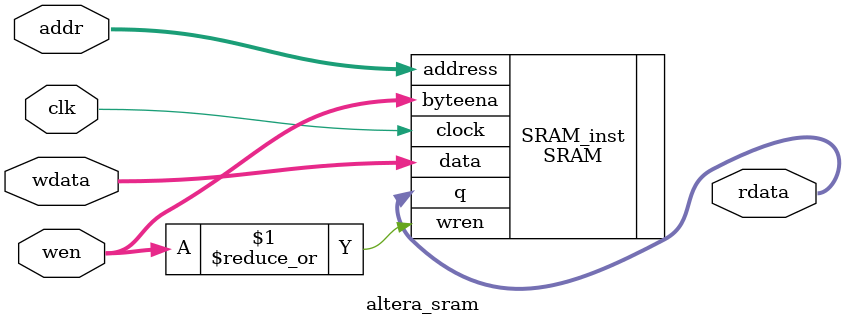
<source format=v>
/*
 *  PicoSoC - A simple example SoC using PicoRV32
 *
 *  Copyright (C) 2017  Claire Xenia Wolf <claire@yosyshq.com>
 *
 *  Permission to use, copy, modify, and/or distribute this software for any
 *  purpose with or without fee is hereby granted, provided that the above
 *  copyright notice and this permission notice appear in all copies.
 *
 *  THE SOFTWARE IS PROVIDED "AS IS" AND THE AUTHOR DISCLAIMS ALL WARRANTIES
 *  WITH REGARD TO THIS SOFTWARE INCLUDING ALL IMPLIED WARRANTIES OF
 *  MERCHANTABILITY AND FITNESS. IN NO EVENT SHALL THE AUTHOR BE LIABLE FOR
 *  ANY SPECIAL, DIRECT, INDIRECT, OR CONSEQUENTIAL DAMAGES OR ANY DAMAGES
 *  WHATSOEVER RESULTING FROM LOSS OF USE, DATA OR PROFITS, WHETHER IN AN
 *  ACTION OF CONTRACT, NEGLIGENCE OR OTHER TORTIOUS ACTION, ARISING OUT OF
 *  OR IN CONNECTION WITH THE USE OR PERFORMANCE OF THIS SOFTWARE.
 *
 */

`ifdef PICOSOC_V
`error "picorv32soc.v must be read before picosoc.v!"
`endif

module picorv32soc (
	input wire clk,

	input  wire [1:0]key,
	output wire [7:0]led,
	
	//dynamic 7-Segment Indicator
	output wire seg_a,
	output wire seg_b,
	output wire seg_c,
	output wire seg_d,
	output wire seg_e,
	output wire seg_f,
	output wire seg_g,
	output wire seg_p,
	output wire [3:0]seg_sel,
	
	input  wire serial_rx,
	output wire serial_tx,

	output flash_csb,
	output flash_clk,
	inout  flash_io0,
	inout  flash_io1,
	inout  flash_io2,
	inout  flash_io3
);

// 1024 32bit words = 4096 bytes memory
localparam MEM_WORDS = 1024;

//Clocks and Reset
wire sysclk;
`ifdef IVERILOG
assign sysclk = clk;
`else
wire locked;
MyPLL mypll_inst(
	.inclk0( clk),
	.c0( sysclk ),
	.locked( locked )
	);
`endif

reg [3:0] resetn_counter = 0;
wire resetn = &resetn_counter;

always @( posedge sysclk )
	if(key[0]==0)
		resetn_counter<=0;
	else
	if ( !resetn )
		resetn_counter <= resetn_counter + 1;

wire flash_io0_oe, flash_io0_do, flash_io0_di;
wire flash_io1_oe, flash_io1_do, flash_io1_di;
wire flash_io2_oe, flash_io2_do, flash_io2_di;
wire flash_io3_oe, flash_io3_do, flash_io3_di;
	
/*
	SB_IO #(
		.PIN_TYPE(6'b 1010_01),
		.PULLUP(1'b 0)
	) flash_io_buf [3:0] (
		.PACKAGE_PIN({flash_io3, flash_io2, flash_io1, flash_io0}),
		.OUTPUT_ENABLE({flash_io3_oe, flash_io2_oe, flash_io1_oe, flash_io0_oe}),
		.D_OUT_0({flash_io3_do, flash_io2_do, flash_io1_do, flash_io0_do}),
		.D_IN_0({flash_io3_di, flash_io2_di, flash_io1_di, flash_io0_di})
	);
*/

assign flash_io0_di = flash_io0;
assign flash_io1_di = flash_io1;
assign flash_io2_di = flash_io2;
assign flash_io3_di = flash_io3;

assign flash_io0 = flash_io0_oe ? flash_io0_do : 1'bz;
assign flash_io1 = flash_io1_oe ? flash_io1_do : 1'bz;
assign flash_io2 = flash_io2_oe ? flash_io2_do : 1'bz;
assign flash_io3 = flash_io3_oe ? flash_io3_do : 1'bz;

wire        iomem_valid;
reg         iomem_ready;
wire [3:0]  iomem_wstrb;
wire [31:0] iomem_addr;
wire [31:0] iomem_wdata;
reg  [31:0] iomem_rdata;

reg [7:0]  rled;
reg [15:0] rseg7;

always @(posedge sysclk) begin
	if (!resetn) begin
		rled <= 0;
		rseg7 <=0;
	end else begin
		iomem_ready <= 0;
		if (iomem_valid && !iomem_ready && iomem_addr[31:24] == 8'h03) begin
			iomem_ready <= 1;
			if(iomem_addr[3:0] == 4'h 0) begin
				iomem_rdata <= { 24'h000000, rled };
				if (iomem_wstrb[0]) rled[ 7: 0] <= iomem_wdata[ 7: 0];
			end else
			if(iomem_addr[3:0] == 4'h 4) begin
				iomem_rdata <= { 16'h0000, rseg7 };
				if (iomem_wstrb[0]) rseg7[ 7: 0] <= iomem_wdata[ 7: 0];
				if (iomem_wstrb[1]) rseg7[15: 8] <= iomem_wdata[15: 8];
			end
		end
	end
end

assign led = rled;

wire [7:0]seg_leds;
seg4x7 seg4x7_inst(
	.clk( clk ),
	.in( rseg7 ),
	.digit_sel( seg_sel ),
	.out( seg_leds )
);

//	bAfCgD.e  
assign seg_b = seg_leds[7];
assign seg_a = seg_leds[6];
assign seg_f = seg_leds[5];
assign seg_c = seg_leds[4];
assign seg_g = seg_leds[3];
assign seg_d = seg_leds[2];
assign seg_p = seg_leds[1];
assign seg_e = seg_leds[0];

picosoc 
	#( .MEM_WORDS(MEM_WORDS) )
	soc (
	.clk          (sysclk      ),
	.resetn       (resetn      ),

	.ser_tx       (serial_tx   ),
	.ser_rx       (serial_rx   ),

	.flash_csb    (flash_csb   ),
	.flash_clk    (flash_clk   ),

	.flash_io0_oe (flash_io0_oe),
	.flash_io1_oe (flash_io1_oe),
	.flash_io2_oe (flash_io2_oe),
	.flash_io3_oe (flash_io3_oe),

	.flash_io0_do (flash_io0_do),
	.flash_io1_do (flash_io1_do),
	.flash_io2_do (flash_io2_do),
	.flash_io3_do (flash_io3_do),

	.flash_io0_di (flash_io0_di),
	.flash_io1_di (flash_io1_di),
	.flash_io2_di (flash_io2_di),
	.flash_io3_di (flash_io3_di),

	.irq_5        (1'b0        ),
	.irq_6        (1'b0        ),
	.irq_7        (1'b0        ),

	.iomem_valid  (iomem_valid ),
	.iomem_ready  (iomem_ready ),
	.iomem_wstrb  (iomem_wstrb ),
	.iomem_addr   (iomem_addr  ),
	.iomem_wdata  (iomem_wdata ),
	.iomem_rdata  (iomem_rdata )
);

endmodule

`ifdef IVERILOG
`else
`define PICOSOC_MEM altera_sram
module altera_sram(
		input wire clk,
		input wire [3:0]wen,
		input wire [15:0]addr,
		input wire [31:0]wdata,
		output wire [31:0]rdata
		);
parameter WORDS = 1024; //unused..

SRAM SRAM_inst (
	.clock ( clk ),
	.address ( addr ),
	.byteena ( wen ),
	.wren ( |wen ),
	.data ( wdata ),
	.q ( rdata )
	);
endmodule

`endif
	

</source>
